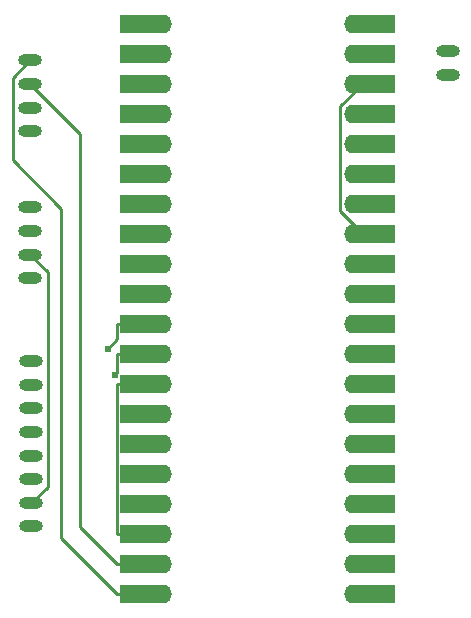
<source format=gtl>
G04 Layer: TopLayer*
G04 EasyEDA v6.5.22, 2023-01-22 13:06:19*
G04 0c68e4b3833447f1a742fbae9dbd46bb,e6ab44e7981244f9a09eab8f9c412657,10*
G04 Gerber Generator version 0.2*
G04 Scale: 100 percent, Rotated: No, Reflected: No *
G04 Dimensions in millimeters *
G04 leading zeros omitted , absolute positions ,4 integer and 5 decimal *
%FSLAX45Y45*%
%MOMM*%

%ADD10C,0.2540*%
%ADD11R,3.2000X1.6000*%
%ADD12O,1.9999959999999999X0.9999979999999999*%
%ADD13C,1.5748*%
%ADD14R,1.5748X1.5748*%
%ADD15O,3.1999936X1.5999968*%
%ADD16C,0.6096*%

%LPD*%
D10*
X2235202Y8801100D02*
G01*
X2120902Y8801100D01*
X2235202Y8547100D02*
G01*
X2120902Y8547100D01*
X4013202Y8293100D02*
G01*
X3822575Y8102472D01*
X3822575Y7213727D01*
X4013202Y7023100D01*
X4127502Y8293100D02*
G01*
X4013202Y8293100D01*
X2120902Y5753100D02*
G01*
X1932917Y5753100D01*
X2120902Y4483100D02*
G01*
X1932917Y4483100D01*
X1932917Y4483100D02*
G01*
X1932790Y4483227D01*
X1932790Y5752972D01*
X1932917Y5753100D01*
X2235202Y4483100D02*
G01*
X2120902Y4483100D01*
X2235202Y8293100D02*
G01*
X2120902Y8293100D01*
X2235202Y7023100D02*
G01*
X2120902Y7023100D01*
X2235202Y5753100D02*
G01*
X2120902Y5753100D01*
X4013202Y4483100D02*
G01*
X4127502Y4483100D01*
X4013202Y5753100D02*
G01*
X4127502Y5753100D01*
X4013202Y7023100D02*
G01*
X4127502Y7023100D01*
X2235202Y8039100D02*
G01*
X2120902Y8039100D01*
X2235202Y7785100D02*
G01*
X2120902Y7785100D01*
X2235202Y7531100D02*
G01*
X2120902Y7531100D01*
X2235202Y7277100D02*
G01*
X2120902Y7277100D01*
X2235202Y6769100D02*
G01*
X2120902Y6769100D01*
X2235202Y6515100D02*
G01*
X2120902Y6515100D01*
X2120902Y6261100D02*
G01*
X1932917Y6261100D01*
X1932917Y6261100D02*
G01*
X1932917Y6129604D01*
X1852830Y6049518D01*
X2235202Y6261100D02*
G01*
X2120902Y6261100D01*
X2120902Y6007100D02*
G01*
X1932917Y6007100D01*
X1932917Y6007100D02*
G01*
X1932917Y5846063D01*
X1913308Y5826455D01*
X2235202Y6007100D02*
G01*
X2120902Y6007100D01*
X2235202Y5499100D02*
G01*
X2120902Y5499100D01*
X2235202Y5245100D02*
G01*
X2120902Y5245100D01*
X2235202Y4991100D02*
G01*
X2120902Y4991100D01*
X2235202Y4737100D02*
G01*
X2120902Y4737100D01*
X2120902Y4229100D02*
G01*
X1932917Y4229100D01*
X1932917Y4229100D02*
G01*
X1619303Y4542713D01*
X1619303Y7865998D01*
X1193802Y8291499D01*
X2235202Y4229100D02*
G01*
X2120902Y4229100D01*
X2120902Y3975100D02*
G01*
X1932917Y3975100D01*
X1932917Y3975100D02*
G01*
X1458800Y4449216D01*
X1458800Y7235494D01*
X1048057Y7646238D01*
X1048057Y8345754D01*
X1193802Y8491499D01*
X2235202Y3975100D02*
G01*
X2120902Y3975100D01*
X4013202Y3975100D02*
G01*
X4127502Y3975100D01*
X4013202Y4229100D02*
G01*
X4127502Y4229100D01*
X4013202Y4737100D02*
G01*
X4127502Y4737100D01*
X4013202Y4991100D02*
G01*
X4127502Y4991100D01*
X4013202Y5245100D02*
G01*
X4127502Y5245100D01*
X4013202Y5499100D02*
G01*
X4127502Y5499100D01*
X4013202Y6007100D02*
G01*
X4127502Y6007100D01*
X4013202Y6261100D02*
G01*
X4127502Y6261100D01*
X4013202Y6515100D02*
G01*
X4127502Y6515100D01*
X4013202Y6769100D02*
G01*
X4127502Y6769100D01*
X4013202Y7277100D02*
G01*
X4127502Y7277100D01*
X4013202Y7531100D02*
G01*
X4127502Y7531100D01*
X1193802Y6846900D02*
G01*
X1344018Y6696684D01*
X1344018Y4882616D01*
X1206502Y4745101D01*
X4013202Y7785100D02*
G01*
X4127502Y7785100D01*
X4013202Y8039100D02*
G01*
X4127502Y8039100D01*
X4013202Y8547100D02*
G01*
X4127502Y8547100D01*
X4013202Y8801100D02*
G01*
X4127502Y8801100D01*
D11*
G01*
X2120900Y8801100D03*
G01*
X2120900Y8547100D03*
G01*
X2120900Y8293100D03*
G01*
X2120900Y8039100D03*
G01*
X2120900Y7785100D03*
G01*
X2120900Y7531100D03*
G01*
X2120900Y7277100D03*
G01*
X2120900Y7023100D03*
G01*
X2120900Y6769100D03*
G01*
X2120900Y6515100D03*
G01*
X2120900Y6261100D03*
G01*
X2120900Y6007100D03*
G01*
X2120900Y5753100D03*
G01*
X2120900Y5499100D03*
G01*
X2120900Y5245100D03*
G01*
X2120900Y4991100D03*
G01*
X2120900Y4737100D03*
G01*
X2120900Y4483100D03*
G01*
X2120900Y4229100D03*
G01*
X2120900Y3975100D03*
G01*
X4127500Y3975100D03*
G01*
X4127500Y4229100D03*
G01*
X4127500Y4483100D03*
G01*
X4127500Y4737100D03*
G01*
X4127500Y4991100D03*
G01*
X4127500Y5245100D03*
G01*
X4127500Y5499100D03*
G01*
X4127500Y5753100D03*
G01*
X4127500Y6007100D03*
G01*
X4127500Y6261100D03*
G01*
X4127500Y6515100D03*
G01*
X4127500Y6769100D03*
G01*
X4127500Y7023100D03*
G01*
X4127500Y7277100D03*
G01*
X4127500Y7531100D03*
G01*
X4127500Y7785100D03*
G01*
X4127500Y8039100D03*
G01*
X4127500Y8293100D03*
G01*
X4127500Y8547100D03*
G01*
X4127500Y8801100D03*
D12*
G01*
X4737100Y8370900D03*
G01*
X4737100Y8570899D03*
D13*
G01*
X2235200Y8801100D03*
G01*
X2235200Y8547100D03*
G01*
X2235200Y8293100D03*
G01*
X2235200Y8039100D03*
G01*
X2235200Y7785100D03*
G01*
X2235200Y7531100D03*
G01*
X2235200Y7277100D03*
G01*
X2235200Y7023100D03*
G01*
X2235200Y6769100D03*
G01*
X2235200Y6515100D03*
G01*
X2235200Y6261100D03*
G01*
X2235200Y6007100D03*
G01*
X2235200Y5753100D03*
G01*
X2235200Y5499100D03*
G01*
X2235200Y5245100D03*
G01*
X2235200Y4991100D03*
G01*
X2235200Y4737100D03*
G01*
X2235200Y4483100D03*
G01*
X2235200Y4229100D03*
D14*
G01*
X2235200Y3975100D03*
D13*
G01*
X4013200Y3975100D03*
G01*
X4013200Y4229100D03*
G01*
X4013200Y4483100D03*
G01*
X4013200Y4737100D03*
G01*
X4013200Y4991100D03*
G01*
X4013200Y5245100D03*
G01*
X4013200Y5499100D03*
G01*
X4013200Y5753100D03*
G01*
X4013200Y6007100D03*
G01*
X4013200Y6261100D03*
G01*
X4013200Y6515100D03*
G01*
X4013200Y6769100D03*
G01*
X4013200Y7023100D03*
G01*
X4013200Y7277100D03*
G01*
X4013200Y7531100D03*
G01*
X4013200Y7785100D03*
G01*
X4013200Y8039100D03*
G01*
X4013200Y8293100D03*
G01*
X4013200Y8547100D03*
D14*
G01*
X4013200Y8801100D03*
D12*
G01*
X1193800Y7046899D03*
G01*
X1193800Y7246899D03*
G01*
X1193800Y6846900D03*
G01*
X1193800Y6646900D03*
G01*
X1193800Y8291499D03*
G01*
X1193800Y8491499D03*
G01*
X1193800Y8091500D03*
G01*
X1193800Y7891500D03*
G01*
X1206500Y4945100D03*
G01*
X1206500Y5145100D03*
G01*
X1206500Y5345099D03*
G01*
X1206500Y4745101D03*
G01*
X1206500Y4545101D03*
G01*
X1206500Y5545099D03*
G01*
X1206500Y5745098D03*
G01*
X1206500Y5945098D03*
D15*
G01*
X2235200Y8801100D03*
G01*
X2235200Y8547100D03*
G01*
X2235200Y8293100D03*
G01*
X2235200Y8039100D03*
G01*
X2235200Y7785100D03*
G01*
X2235200Y7531100D03*
G01*
X2235200Y7277100D03*
G01*
X2235200Y7023100D03*
G01*
X2235200Y6769100D03*
G01*
X2235200Y6515100D03*
G01*
X2235200Y6261100D03*
G01*
X2235200Y6007100D03*
G01*
X2235200Y5753100D03*
G01*
X2235200Y5499100D03*
G01*
X2235200Y5245100D03*
G01*
X2235200Y4991100D03*
G01*
X2235200Y4737100D03*
G01*
X2235200Y4483100D03*
G01*
X2235200Y4229100D03*
G01*
X2235200Y3975100D03*
G01*
X4013200Y3975100D03*
G01*
X4013200Y4229100D03*
G01*
X4013200Y4483100D03*
G01*
X4013200Y4737100D03*
G01*
X4013200Y4991100D03*
G01*
X4013200Y5245100D03*
G01*
X4013200Y5499100D03*
G01*
X4013200Y5753100D03*
G01*
X4013200Y6007100D03*
G01*
X4013200Y6261100D03*
G01*
X4013200Y6515100D03*
G01*
X4013200Y6769100D03*
G01*
X4013200Y7023100D03*
G01*
X4013200Y7277100D03*
G01*
X4013200Y7531100D03*
G01*
X4013200Y7785100D03*
G01*
X4013200Y8039100D03*
G01*
X4013200Y8293100D03*
G01*
X4013200Y8547100D03*
G01*
X4013200Y8801100D03*
D16*
G01*
X1852828Y6049518D03*
G01*
X1913305Y5826455D03*
M02*

</source>
